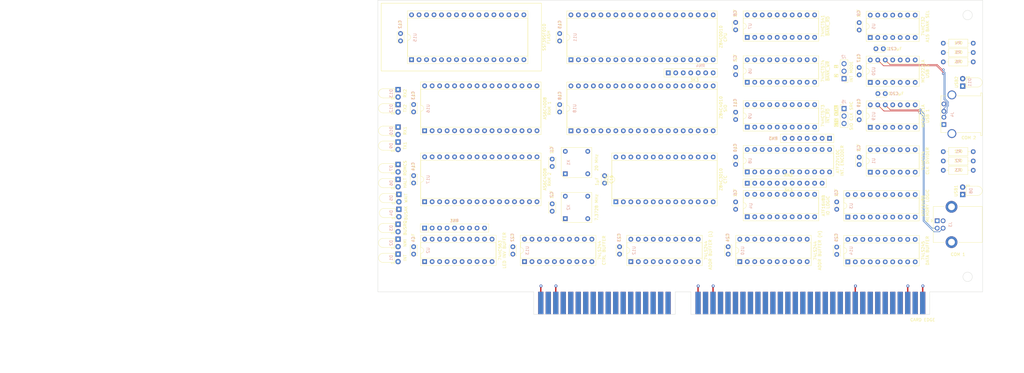
<source format=kicad_pcb>
(kicad_pcb (version 20221018) (generator pcbnew)
  (layers (0 "F.Cu" signal) (1 "In1.Cu" power) (2 "In2.Cu" power) (31 "B.Cu" signal) (34 "B.Paste" user) (35 "F.Paste" user) (36 "B.SilkS" user "B.Silkscreen") (37 "F.SilkS" user "F.Silkscreen") (38 "B.Mask" user) (39 "F.Mask" user) (44 "Edge.Cuts" user))
  (net 0 "")
  (net 1 "+5V")
  (net 2 "GND")
  (net 3 "Net-(D3-K)")
  (net 4 "Net-(D4-K)")
  (net 5 "Net-(D5-K)")
  (net 6 "Net-(D6-K)")
  (net 7 "D7")
  (net 8 "D6")
  (net 9 "D5")
  (net 10 "D4")
  (net 11 "D3")
  (net 12 "/MOSI")
  (net 13 "/MISO")
  (net 14 "/SCLK")
  (net 15 "/SDA")
  (net 16 "/SCL")
  (net 17 "D2")
  (net 18 "D1")
  (net 19 "D0")
  (net 20 "A15")
  (net 21 "A14")
  (net 22 "A13")
  (net 23 "A12")
  (net 24 "A11")
  (net 25 "A10")
  (net 26 "A9")
  (net 27 "A8")
  (net 28 "A7")
  (net 29 "A6")
  (net 30 "A5")
  (net 31 "A4")
  (net 32 "A3")
  (net 33 "A2")
  (net 34 "A1")
  (net 35 "+3V3")
  (net 36 "A0")
  (net 37 "-12V")
  (net 38 "~{RESET}")
  (net 39 "+12V")
  (net 40 "~{IRQ}2")
  (net 41 "~{M1}")
  (net 42 "CLK2")
  (net 43 "~{MREQ}")
  (net 44 "~{IORQ}")
  (net 45 "~{WR}")
  (net 46 "~{RD}")
  (net 47 "~{BUSRQ}")
  (net 48 "~{BUSAK}")
  (net 49 "~{WAIT}")
  (net 50 "~{HALT}")
  (net 51 "CLK")
  (net 52 "~{IRQ}7")
  (net 53 "~{IRQ}6")
  (net 54 "~{IRQ}5")
  (net 55 "~{IRQ}4")
  (net 56 "~{IRQ}3")
  (net 57 "~{NMI}")
  (net 59 "CTCLK1")
  (net 60 "~{CLK}")
  (net 61 "/TX2")
  (net 62 "BA18")
  (net 63 "BA17")
  (net 64 "BA16")
  (net 65 "BA15")
  (net 66 "/RX2")
  (net 67 "/D8")
  (net 68 "/D9")
  (net 69 "/D10")
  (net 70 "/D11")
  (net 71 "/D12")
  (net 72 "/D13")
  (net 73 "/D14")
  (net 74 "/D15")
  (net 75 "~{IRQ}8")
  (net 76 "~{IRQ}9")
  (net 77 "~{IRQ}10")
  (net 78 "~{IRQ}11")
  (net 79 "~{IRQ}12")
  (net 80 "~{IRQ}13")
  (net 81 "~{IRQ}14")
  (net 82 "~{IRQ}15")
  (net 83 "/USR1")
  (net 84 "/USR2")
  (net 85 "/USR3")
  (net 86 "/USR4")
  (net 87 "/USR5")
  (net 88 "/USR6")
  (net 89 "/USR7")
  (net 90 "~{IRQ}0")
  (net 91 "~{IRQ}1")
  (net 92 "CTC_IEI")
  (net 93 "~{INT}")
  (net 94 "~{ROM_CS}")
  (net 95 "~{RAM_OE}")
  (net 96 "~{CTC_CS}")
  (net 97 "Net-(D7-K)")
  (net 98 "~{MODE1}")
  (net 99 "Net-(D1-K)")
  (net 100 "Net-(D1-A)")
  (net 101 "Net-(D2-K)")
  (net 102 "Net-(D2-A)")
  (net 103 "Net-(D3-A)")
  (net 104 "Net-(D4-A)")
  (net 105 "Net-(D5-A)")
  (net 106 "Net-(D6-A)")
  (net 107 "/Glue Logic/~{ROM_SEL}")
  (net 108 "/Glue Logic/~{RAM_SEL}")
  (net 109 "Net-(D7-A)")
  (net 110 "/TX")
  (net 111 "/RX")
  (net 112 "~{BANK_RD}")
  (net 113 "~{SIO_CS}")
  (net 114 "/SIO/D1-")
  (net 115 "/SIO/D1+")
  (net 116 "/SIO/D2-")
  (net 117 "/SIO/D2+")
  (net 118 "/IEO")
  (net 119 "Net-(D9-K)")
  (net 120 "Net-(D10-K)")
  (net 121 "Net-(D11-K)")
  (net 122 "Net-(D13-K)")
  (net 123 "Net-(U19-VUSB)")
  (net 124 "Net-(U20-VUSB)")
  (net 125 "Net-(D8-K)")
  (net 126 "BUS_IEI")
  (net 127 "CTCLK2")
  (net 128 "RBA22")
  (net 129 "RBA21")
  (net 130 "Net-(J2-Pin_2)")
  (net 131 "RBA20")
  (net 132 "RBA19")
  (net 133 "RBA18")
  (net 134 "RBA17")
  (net 135 "RBA16")
  (net 136 "RBA15")
  (net 137 "~{MODE2}")
  (net 139 "Net-(J5-Pin_2)")
  (net 140 "Net-(D12-K)")
  (net 141 "BUSAK")
  (net 142 "RD")
  (net 144 "/CPU and Buffers/AA15")
  (net 145 "/CPU and Buffers/AA14")
  (net 146 "/CPU and Buffers/AA13")
  (net 147 "/CPU and Buffers/AA12")
  (net 148 "/CPU and Buffers/AA11")
  (net 149 "/CPU and Buffers/AA10")
  (net 150 "/CPU and Buffers/AA9")
  (net 151 "/CPU and Buffers/AA8")
  (net 152 "/CPU and Buffers/DD4")
  (net 153 "/CPU and Buffers/DD3")
  (net 154 "Net-(U1A-C)")
  (net 155 "Net-(U1B-D)")
  (net 156 "Net-(U1B-C)")
  (net 157 "/CPU and Buffers/DD5")
  (net 158 "/CPU and Buffers/DD6")
  (net 159 "~{RAM2_CS}")
  (net 160 "~{RAM1_CS}")
  (net 161 "~{BANK_WR}")
  (net 162 "/CPU and Buffers/DD2")
  (net 163 "/CPU and Buffers/DD7")
  (net 165 "Net-(U9-D4)")
  (net 166 "Net-(U9-D3)")
  (net 167 "Net-(U9-D2)")
  (net 168 "Net-(U9-D1)")
  (net 169 "/CPU and Buffers/DD0")
  (net 170 "/CPU and Buffers/DD1")
  (net 171 "/CPU and Buffers/~{CMREQ}")
  (net 172 "/CPU and Buffers/~{CIORQ}")
  (net 173 "/CPU and Buffers/~{CRD}")
  (net 174 "/CPU and Buffers/~{CWR}")
  (net 175 "/CPU and Buffers/~{CM1}")
  (net 177 "/CPU and Buffers/AA0")
  (net 178 "/CPU and Buffers/AA1")
  (net 179 "/CPU and Buffers/AA2")
  (net 180 "/CPU and Buffers/AA3")
  (net 181 "/CPU and Buffers/AA4")
  (net 182 "/CPU and Buffers/AA5")
  (net 183 "/CPU and Buffers/AA6")
  (net 184 "/CPU and Buffers/AA7")
  (net 190 "Net-(U18-RxDA)")
  (net 191 "Net-(U18-TxDA)")
  (net 198 "Net-(U18-TxDB)")
  (net 199 "Net-(U18-RxDB)")
  (net 210 "Net-(U21-CLK{slash}TRG3)")
  (net 212 "Net-(U19-GP2_(USB))")
  (net 213 "Net-(U19-GP1_(Tx))")
  (net 214 "Net-(U19-GP0_(Rx))")
  (net 215 "Net-(U20-GP2_(USB))")
  (net 216 "Net-(U20-GP1_(Tx))")
  (net 217 "Net-(U20-GP0_(Rx))")
  (footprint "Capacitor_THT:C_Disc_D3.4mm_W2.1mm_P2.50mm" (layer "F.Cu") (at 215.265 58.4646 90)
    (fp_text reference "C17")
    (fp_text value "1µF")
  )
  (footprint "Capacitor_THT:C_Disc_D3.0mm_W1.6mm_P2.50mm" (layer "F.Cu") (at 173.355 71.14 -90)
    (fp_text reference "C11")
    (fp_text value "1µF")
  )
  (footprint "Capacitor_THT:C_Disc_D3.4mm_W2.1mm_P2.50mm" (layer "F.Cu") (at 215.265 86.4346 -90)
    (fp_text reference "C3")
    (fp_text value "1µF")
  )
  (footprint "LED_THT:LED_D3.0mm_Horizontal_O1.27mm_Z2.0mm_Clear" (layer "F.Cu") (at 59.13 99.03 -90)
    (fp_text reference "D5")
    (fp_text value "WAIT")
  )
  (footprint "Capacitor_THT:C_Disc_D3.0mm_W2.0mm_P2.50mm" (layer "F.Cu") (at 173.355 40.66 -90)
    (fp_text reference "C8")
    (fp_text value "1µF")
  )
  (footprint "Capacitor_THT:C_Disc_D3.4mm_W2.1mm_P2.50mm" (layer "F.Cu") (at 113.665 71.07 90)
    (fp_text reference "C18")
    (fp_text value "1µF")
  )
  (footprint "Capacitor_THT:C_Disc_D3.4mm_W2.1mm_P2.50mm" (layer "F.Cu") (at 64.135 116.84 -90)
    (fp_text reference "C4")
    (fp_text value "1µF")
  )
  (footprint "Package_DIP:DIP-20_W7.62mm_Socket" (layer "F.Cu") (at 67.862 121.89 90)
    (fp_text reference "U2")
    (fp_text value "74HC563")
  )
  (footprint "LED_THT:LED_D3.0mm_Horizontal_O1.27mm_Z2.0mm_Clear" (layer "F.Cu") (at 58.845 76.18 -90)
    (fp_text reference "D10")
    (fp_text value "RX1")
  )
  (footprint "Package_DIP:DIP-14_W7.62mm_Socket" (layer "F.Cu") (at 219.0121 45.7846 90)
    (fp_text reference "U5")
    (fp_text value "74HCT32")
  )
  (footprint "Capacitor_THT:C_Disc_D3.4mm_W2.1mm_P2.50mm" (layer "F.Cu") (at 64.135 92.69 -90)
    (fp_text reference "C14")
    (fp_text value "1µF")
  )
  (footprint "Package_DIP:DIP-32_W15.24mm_Socket" (layer "F.Cu") (at 63.417 53.31 90)
    (fp_text reference "U15")
    (fp_text value "SST39SF010")
  )
  (footprint "Capacitor_THT:C_Disc_D3.4mm_W2.1mm_P2.50mm" (layer "F.Cu") (at 113.665 46.94 90)
    (fp_text reference "C15")
    (fp_text value "1µF")
  )
  (footprint "Capacitor_THT:C_Disc_D3.4mm_W2.1mm_P2.50mm" (layer "F.Cu") (at 223.4421 49.5946 180)
    (fp_text reference "C21")
    (fp_text value "0.47µF")
  )
  (footprint "LED_THT:LED_D3.0mm_Horizontal_O1.27mm_Z2.0mm_Clear" (layer "F.Cu") (at 58.845 119.35 -90)
    (fp_text reference "D1")
    (fp_text value "INT")
  )
  (footprint "Capacitor_THT:C_Disc_D3.4mm_W2.1mm_P2.50mm" (layer "F.Cu") (at 128.905 92.73 -90)
    (fp_text reference "C16")
    (fp_text value "1µF")
  )
  (footprint "Connector_USB:USB_B_Lumberg_2411_02_Horizontal" (layer "F.Cu") (at 241.719 108.0346)
    (fp_text reference "J3")
    (fp_text value "COM 1")
  )
  (footprint "Resistor_THT:R_Array_SIP9" (layer "F.Cu") (at 67.857 110.49)
    (fp_text reference "RN1")
    (fp_text value "330")
  )
  (footprint "Capacitor_THT:C_Disc_D3.0mm_W1.6mm_P2.50mm" (layer "F.Cu") (at 173.355 86.38 -90)
    (fp_text reference "C10")
    (fp_text value "1µF")
  )
  (footprint "LED_THT:LED_D3.0mm_Horizontal_O1.27mm_Z2.0mm_Clear" (layer "F.Cu") (at 250.3551 62.2946 90)
    (fp_text reference "D11")
    (fp_text value "USB2")
  )
  (footprint "Package_DIP:DIP-32_W15.24mm_Socket" (layer "F.Cu") (at 67.862 101.56 90)
    (fp_text reference "U17")
    (fp_text value "AS6C4008")
  )
  (footprint "Package_DIP:DIP-20_W7.62mm_Socket" (layer "F.Cu") (at 211.3971 106.7446 90)
    (fp_text reference "U3")
    (fp_text value "ATF16V8B")
  )
  (footprint "Connector_PinHeader_2.54mm:PinHeader_1x03_P2.54mm_Vertical" (layer "F.Cu") (at 210.1271 69.9146)
    (fp_text reference "J5")
    (fp_text value "SIO CLK SRC")
  )
  (footprint "LED_THT:LED_D3.0mm_Horizontal_O1.27mm_Z2.0mm_Clear" (layer "F.Cu") (at 58.845 68.54 -90)
    (fp_text reference "D12")
    (fp_text value "TX2")
  )
  (footprint "Connector_PinHeader_2.54mm:PinHeader_1x03_P2.54mm_Vertical" (layer "F.Cu") (at 210.1271 59.7546 180)
    (fp_text reference "J2")
    (fp_text value "INT MODE")
  )
  (footprint "Package_DIP:DIP-40_W15.24mm_Socket" (layer "F.Cu") (at 117.475 53.33 90)
    (fp_text reference "U11")
    (fp_text value "Z84C0010")
  )
  (footprint "Package_DIP:DIP-40_W15.24mm_Socket" (layer "F.Cu") (at 117.475 77.46 90)
    (fp_text reference "U18")
    (fp_text value "Z84C4010")
  )
  (footprint "0_Library:DIP-8-4_W7.62mm_Oscillator_Socket" (layer "F.Cu") (at 115.57 92.065 90)
    (fp_text reference "X1")
    (fp_text value "20 MHz")
  )
  (footprint "LED_THT:LED_D3.0mm_Horizontal_O1.27mm_Z2.0mm_Clear" (layer "F.Cu") (at 58.845 81.26 -90)
    (fp_text reference "D9")
    (fp_text value "TX1")
  )
  (footprint "Package_DIP:DIP-28_W15.24mm_Socket" (layer "F.Cu") (at 132.715 101.6 90)
    (fp_text reference "U21")
    (fp_text value "Z84C3010")
  )
  (footprint "Resistor_THT:R_Axial_DIN0207_L6.3mm_D2.5mm_P10.16mm_Horizontal" (layer "F.Cu") (at 243.7821 90.8896)
    (fp_text reference "R3")
    (fp_text value "220")
  )
  (footprint "Package_DIP:DIP-20_W7.62mm_Socket" (layer "F.Cu") (at 177.292 60.96 90)
    (fp_text reference "U6")
    (fp_text value "74HCT574")
  )
  (footprint "LED_THT:LED_D3.0mm_Horizontal_O1.27mm_Z2.0mm_Clear" (layer "F.Cu") (at 58.845 88.87 -90)
    (fp_text reference "D7")
    (fp_text value "ROMCS")
  )
  (footprint "Package_DIP:DIP-20_W7.62mm_Socket" (layer "F.Cu") (at 137.795 121.91 90)
    (fp_text reference "U12")
    (fp_text value "74LS244")
  )
  (footprint "LED_THT:LED_D3.0mm_Horizontal_O1.27mm_Z2.0mm_Clear" (layer "F.Cu") (at 58.845 93.95 -90)
    (fp_text reference "D6")
    (fp_text value "HALT")
  )
  (footprint "Capacitor_THT:C_Disc_D3.4mm_W2.1mm_P2.50mm" (layer "F.Cu") (at 215.265 73.7046 90)
    (fp_text reference "C19")
    (fp_text value "1µF")
  )
  (footprint "Package_DIP:DIP-14_W7.62mm_Socket" (layer "F.Cu") (at 219.0171 61.0246 90)
    (fp_text reference "U20")
    (fp_text value "MCP2221A")
  )
  (footprint "Resistor_THT:R_Axial_DIN0207_L6.3mm_D2.5mm_P10.16mm_Horizontal" (layer "F.Cu") (at 243.7821 47.7096)
    (fp_text reference "R4")
    (fp_text value "150")
  )
  (footprint "Capacitor_THT:C_Disc_D3.4mm_W2.1mm_P2.50mm" (layer "F.Cu") (at 59.69 44.42 -90)
    (fp_text reference "C12")
    (fp_text value "1µF")
  )
  (footprint "Capacitor_THT:C_Disc_D3.4mm_W2.1mm_P2.50mm" (layer "F.Cu") (at 111.125 102.275 -90)
    (fp_text reference "C2")
    (fp_text value "1µF")
  )
  (footprint "Capacitor_THT:C_Disc_D3.4mm_W2.1mm_P2.50mm" (layer "F.Cu") (at 133.985 116.85 -90)
    (fp_text reference "C23")
    (fp_text value "1µF")
  )
  (footprint "Resistor_THT:R_Axial_DIN0207_L6.3mm_D2.5mm_P10.16mm_Horizontal" (layer "F.Cu") (at 243.7821 50.8846)
    (fp_text reference "R5")
    (fp_text value "330")
  )
  (footprint "Capacitor_THT:C_Disc_D3.4mm_W2.1mm_P2.50mm" (layer "F.Cu") (at 170.815 116.85 -90)
    (fp_text reference "C24")
    (fp_text value "1µF")
  )
  (footprint "Resistor_THT:R_Array_SIP7" (layer "F.Cu") (at 205.232 80.02 180)
    (fp_text reference "RN3")
    (fp_text value "3K3")
  )
  (footprint "Capacitor_THT:C_Disc_D3.0mm_W1.6mm_P2.50mm" (layer "F.Cu") (at 173.355 101.63 -90)
    (fp_text reference "C6")
    (fp_text value "1µF")
  )
  (footprint "Capacitor_THT:C_Disc_D3.4mm_W2.1mm_P2.50mm" (layer "F.Cu") (at 111.125 87.075 -90)
    (fp_text reference "C1")
    (fp_text value "1µF")
  )
  (footprint "Capacitor_THT:C_Disc_D3.4mm_W2.1mm_P2.50mm" (layer "F.Cu") (at 224.0971 64.8346 180)
    (fp_text reference "C20")
    (fp_text value "0.47µF")
  )
  (footprint "Connector_USB:USB_A_Stewart_SS-52100-001_Horizontal" (layer "F.Cu") (at 243.9897 75.3396 90)
    (fp_text reference "J4")
    (fp_text value "COM 2")
  )
  (footprint "Package_DIP:DIP-20_W7.62mm_Socket" (layer "F.Cu") (at 177.292 106.68 90)
    (fp_text reference "U4")
    (fp_text value "ATF16V8B")
  )
  (footprint "0_Library:DIP-8-4_W7.62mm_Oscillator_Socket" (layer "F.Cu") (at 115.57 107.305 90)
    (fp_text reference "X2")
    (fp_text value "7.3728 MHz")
  )
  (footprint "Resistor_THT:R_Axial_DIN0207_L6.3mm_D2.5mm_P10.16mm_Horizontal" (layer "F.Cu") (at 243.7821 87.7146)
    (fp_text reference "R2")
    (fp_text value "330")
  )
  (footprint "Package_DIP:DIP-20_W7.62mm_Socket" (layer "F.Cu") (at 174.757 121.91 90)
    (fp_text reference "U10")
    (fp_text value "74LS244")
  )
  (footprint "Resistor_THT:R_Axial_DIN0207_L6.3mm_D2.5mm_P10.16mm_Horizontal" (layer "F.Cu") (at 243.7821 54.0596)
    (fp_text reference "R6")
    (fp_text value "220")
  )
  (footprint "Capacitor_THT:C_Disc_D3.4mm_W2.1mm_P2.50mm" (layer "F.Cu") (at 207.645 116.9446 -90)
    (fp_text reference "C25")
    (fp_text value "1µF")
  )
  (footprint "Package_DIP:DIP-14_W7.62mm_Socket" (layer "F.Cu") (at 219.0171 91.5046 90)
    (fp_text reference "U1")
    (fp_text value "74HCT74")
  )
  (footprint "LED_THT:LED_D3.0mm_Horizontal_O1.27mm_Z2.0mm_Clear" (layer "F.Cu") (at 59.13 104.11 -90)
    (fp_text reference "D4")
    (fp_text value "BUSAK")
  )
  (footprint "Resistor_THT:R_Array_SIP7" (layer "F.Cu") (at 150.495 57.785)
    (fp_text reference "RN4")
    (fp_text value "3K3")
  )
  (footprint "Resistor_THT:R_Axial_DIN0207_L6.3mm_D2.5mm_P10.16mm_Horizontal" (layer "F.Cu") (at 243.7821 84.5396)
    (fp_text reference "R1")
    (fp_text value "150")
  )
  (footprint "Package_DIP:DIP-14_W7.62mm_Socket" (layer "F.Cu") (at 219.0171 76.2646 90)
    (fp_text reference "U19")
    (fp_text value "MCP2221A")
  )
  (footprint "Capacitor_THT:C_Disc_D3.4mm_W2.1mm_P2.50mm" (layer "F.Cu") (at 64.135 68.55 -90)
    (fp_text reference "C13")
    (fp_text value "1µF")
  )
  (footprint "Resistor_THT:R_Array_SIP11" (layer "F.Cu") (at 177.292 95.25)
    (fp_text reference "RN2")
    (fp_text value "3K3")
  )
  (footprint "Capacitor_THT:C_Disc_D3.0mm_W1.6mm_P2.50mm" (layer "F.Cu") (at 173.355 55.9 -90)
    (fp_text reference "C7")
    (fp_text value "1µF")
  )
  (footprint "LED_THT:LED_D3.0mm_Horizontal_O1.27mm_Z2.0mm_Clear" (layer "F.Cu") (at 58.845 114.27 -90)
    (fp_text reference "D2")
    (fp_text value "NMI")
  )
  (footprint "Package_DIP:DIP-20_W7.62mm_Socket" (layer "F.Cu") (at 177.292 45.72 90)
    (fp_text reference "U7")
    (fp_text value "74HCT541")
  )
  (footprint "Capacitor_THT:C_Disc_D3.0mm_W1.6mm_P2.50mm" (layer "F.Cu") (at 207.645 101.62 -90)
    (fp_text reference "C5")
    (fp_text value "1µF")
  )
  (footprint "Package_DIP:DIP-24_W7.62mm_Socket" (layer "F.Cu") (at 177.292 91.44 90)
    (fp_text reference "U8")
    (fp_text value "ATF22V10C")
  )
  (footprint "LED_THT:LED_D3.0mm_Horizontal_O1.27mm_Z2.0mm_Clear" (layer "F.Cu") (at 58.845 63.46 -90)
    (fp_text reference "D13")
    (fp_text value "RX2")
  )
  (footprint "Capacitor_THT:C_Disc_D3.4mm_W2.1mm_P2.50mm" (layer "F.Cu") (at 97.79 116.85 -90)
    (fp_text reference "C22")
    (fp_text value "1µF")
  )
  (footprint "Package_DIP:DIP-20_W7.62mm_Socket" (layer "F.Cu") (at 211.3971 121.9846 90)
    (fp_text reference "U14")
    (fp_text value "74LS245")
  )
  (footprint "Package_DIP:DIP-20_W7.62mm_Socket" (layer "F.Cu") (at 177.297 76.2 90)
    (fp_text reference "U9")
    (fp_text value "74HCT573")
  )
  (footprint "LED_THT:LED_D3.0mm_Horizontal_O1.27mm_Z2.0mm_Clear" (layer "F.Cu") (at 58.845 109.19 -90)
    (fp_text reference "D3")
    (fp_text value "BUSRQ")
  )
  (footprint "0_Library:BUS_AT v2" (layer "F.Cu") (at 236.7971 139.7646)
    (fp_text reference "J1" hide)
    (fp_text value "CARD EDGE")
  )
  (footprint "Package_DIP:DIP-20_W7.62mm_Socket" (layer "F.Cu") (at 101.727 121.9 90)
    (fp_text reference "U13")
    (fp_text value "74LS244")
  )
  (footprint "LED_THT:LED_D3.0mm_Horizontal_O1.27mm_Z2.0mm_Clear" (layer "F.Cu") (at 250.3551 99.1246 90)
    (fp_text reference "D8")
    (fp_text value "USB1")
  )
  (footprint "Capacitor_THT:C_Disc_D3.0mm_W2.0mm_P2.50mm" (layer "F.Cu") (at 215.265 40.7246 -90)
    (fp_text reference "C9")
    (fp_text value "1µF")
  )
  (footprint "Package_DIP:DIP-32_W15.24mm_Socket" (layer "F.Cu") (at 67.862 77.44 90)
    (fp_text reference "U16")
    (fp_text value "AS6C4008")
  )
  (gr_rect (start 53.117 34.14) (end 107.486 57.14) (stroke (width 0.15)) (fill none) (layer "F.SilkS"))
  (gr_line (start 158.184053 132.144553) (end 152.850053 132.144553) (stroke (width 0.1)) (layer "Edge.Cuts"))
  (gr_line (start 239.210053 132.144553) (end 239.210053 139.764553) (stroke (width 0.1)) (layer "Edge.Cuts"))
  (gr_line (start 104.844053 139.764553) (end 104.844053 132.144553) (stroke (width 0.1)) (layer "Edge.Cuts"))
  (gr_line (start 152.850053 132.144553) (end 152.850053 139.764553) (stroke (width 0.1)) (layer "Edge.Cuts"))
  (gr_line (start 52.012053 33.084553) (end 257.117053 33.084553) (stroke (width 0.1)) (layer "Edge.Cuts"))
  (gr_line (start 104.844053 132.144553) (end 52.012053 132.144553) (stroke (width 0.1)) (layer "Edge.Cuts"))
  (gr_line (start 152.850053 139.764553) (end 104.844053 139.764553) (stroke (width 0.1)) (layer "Edge.Cuts"))
  (gr_line (start 257.117053 33.084553) (end 257.117053 132.144553) (stroke (width 0.1)) (layer "Edge.Cuts"))
  (gr_line (start 239.210053 139.764553) (end 158.184053 139.764553) (stroke (width 0.1)) (layer "Edge.Cuts"))
  (gr_circle (center 252.037053 127.064553) (end 253.637053 127.064553) (stroke (width 0.1)) (fill none) (layer "Edge.Cuts"))
  (gr_line (start 52.012053 132.144553) (end 52.012053 33.084553) (stroke (width 0.1)) (layer "Edge.Cuts"))
  (gr_circle (center 252.037053 38.164553) (end 253.637053 38.164553) (stroke (width 0.1)) (fill none) (layer "Edge.Cuts"))
  (gr_line (start 257.117053 132.144553) (end 239.210053 132.144553) (stroke (width 0.1)) (layer "Edge.Cuts"))
  (gr_line (start 158.184053 139.764553) (end 158.184053 132.144553) (stroke (width 0.1)) (layer "Edge.Cuts"))
  (segment (start 231.7171 135.9546) (end 231.7171 130.2329) (width 0.5) (layer "F.Cu") (net 1))
  (segment (start 231.7171 130.2329) (end 231.775 130.175) (width 0.5) (layer "F.Cu") (net 1))
  (segment (start 112.3371 130.2329) (end 112.395 130.175) (width 0.5) (layer "F.Cu") (net 1))
  (segment (start 165.6771 135.9546) (end 165.6771 130.2329) (width 0.5) (layer "F.Cu") (net 1))
  (segment (start 165.6771 130.2329) (end 165.735 130.175) (width 0.5) (layer "F.Cu") (net 1))
  (segment (start 112.3371 135.9546) (end 112.3371 130.2329) (width 0.5) (layer "F.Cu") (net 1))
  (via (at 112.395 130.175) (size 1) (drill 0.5) (layers "F.Cu" "B.Cu") (net 1))
  (via (at 231.775 130.175) (size 1) (drill 0.5) (layers "F.Cu" "B.Cu") (net 1))
  (via (at 165.735 130.175) (size 1) (drill 0.5) (layers "F.Cu" "B.Cu") (net 1))
  (segment (start 107.2571 135.9546) (end 107.2571 130.2329) (width 0.5) (layer "F.Cu") (net 2))
  (segment (start 236.7971 130.2329) (end 236.855 130.175) (width 0.5) (layer "F.Cu") (net 2))
  (segment (start 107.2571 130.2329) (end 107.315 130.175) (width 0.5) (layer "F.Cu") (net 2))
  (segment (start 213.9371 130.2329) (end 213.995 130.175) (width 0.5) (layer "F.Cu") (net 2))
  (segment (start 160.5971 130.2329) (end 160.655 130.175) (width 0.5) (layer "F.Cu") (net 2))
  (segment (start 213.9371 135.9546) (end 213.9371 130.2329) (width 0.5) (layer "F.Cu") (net 2))
  (segment (start 160.5971 135.9546) (end 160.5971 130.2329) (width 0.5) (layer "F.Cu") (net 2))
  (segment (start 236.7971 135.9546) (end 236.7971 130.2329) (width 0.5) (layer "F.Cu") (net 2))
  (via (at 236.855 130.175) (size 1) (drill 0.5) (layers "F.Cu" "B.Cu") (net 2))
  (via (at 160.655 130.175) (size 1) (drill 0.5) (layers "F.Cu" "B.Cu") (net 2))
  (via (at 107.315 130.175) (size 1) (drill 0.5) (layers "F.Cu" "B.Cu") (net 2))
  (via (at 213.995 130.175) (size 1) (drill 0.5) (layers "F.Cu" "B.Cu") (net 2))
  (segment (start 235.388686 70.358) (end 235.369685 70.339) (width 0.2) (layer "F.Cu") (net 114))
  (segment (start 224.0971 68.6491) (end 224.0971 68.6446) (width 0.2) (layer "F.Cu") (net 114))
  (segment (start 235.966 70.358) (end 235.388686 70.358) (width 0.2) (layer "F.Cu") (net 114))
  (segment (start 235.369685 70.339) (end 225.787 70.339) (width 0.2) (layer "F.Cu") (net 114))
  (segment (start 225.787 70.339) (end 224.0971 68.6491) (width 0.2) (layer "F.Cu") (net 114))
  (via (at 235.966 70.358) (size 0.8) (drill 0.4) (layers "F.Cu" "B.Cu") (net 114))
  (segment (start 240.0118 110.5346) (end 241.719 110.5346) (width 0.2) (layer "B.Cu") (net 114))
  (segment (start 237.363 107.8858) (end 240.0118 110.5346) (width 0.2) (layer "B.Cu") (net 114))
  (segment (start 235.966 70.358) (end 237.363 71.755) (width 0.2) (layer "B.Cu") (net 114))
  (segment (start 237.363 71.755) (end 237.363 107.8858) (width 0.2) (layer "B.Cu") (net 114))
  (segment (start 235.204 70.739) (end 223.6515 70.739) (width 0.2) (layer "F.Cu") (net 115))
  (segment (start 223.6515 70.739) (end 221.5571 68.6446) (width 0.2) (layer "F.Cu") (net 115))
  (segment (start 235.814192 71.349192) (end 235.204 70.739) (width 0.2) (layer "F.Cu") (net 115))
  (segment (start 235.837381 71.349192) (end 235.814192 71.349192) (width 0.2) (layer "F.Cu") (net 115))
  (via (at 235.837381 71.349192) (size 0.8) (drill 0.4) (layers "F.Cu" "B.Cu") (net 115))
  (segment (start 236.963 108.1222) (end 240.6008 111.76) (width 0.2) (layer "B.Cu") (net 115))
  (segment (start 235.837381 71.349192) (end 236.963 72.474811) (width 0.2) (layer "B.Cu") (net 115))
  (segment (start 236.963 72.474811) (end 236.963 108.1222) (width 0.2) (layer "B.Cu") (net 115))
  (segment (start 240.6008 111.76) (end 242.4936 111.76) (width 0.2) (layer "B.Cu") (net 115))
  (segment (start 242.4936 111.76) (end 243.719 110.5346) (width 0.2) (layer "B.Cu") (net 115))
  (segment (start 241.726199 54.972) (end 225.6645 54.972) (width 0.2) (layer "F.Cu") (net 116))
  (segment (start 243.83639 56.729345) (end 243.483544 56.729345) (width 0.2) (layer "F.Cu") (net 116))
  (segment (start 225.6645 54.972) (end 224.0971 53.4046) (width 0.2) (layer "F.Cu") (net 116))
  (segment (start 243.483544 56.729345) (end 241.726199 54.972) (width 0.2) (layer "F.Cu") (net 116))
  (via (at 243.83639 56.729345) (size 0.8) (drill 0.4) (layers "F.Cu" "B.Cu") (net 116))
  (segment (start 244.4397 57.685501) (end 244.4397 66.597597) (width 0.2) (layer "B.Cu") (net 116))
  (segment (start 244.4397 71.945235) (end 244.4397 72.3896) (width 0.2) (layer "B.Cu") (net 116))
  (segment (start 245.0897 71.295235) (end 244.4397 71.945235) (width 0.2) (layer "B.Cu") (net 116))
  (segment (start 244.4397 72.3896) (end 243.9897 72.8396) (width 0.2) (layer "B.Cu") (net 116))
  (segment (start 245.53968 68.981623) (end 245.0897 69.431603) (width 0.2) (layer "B.Cu") (net 116))
  (segment (start 243.83639 56.729345) (end 243.83639 57.082191) (width 0.2) (layer "B.Cu") (net 116))
  (segment (start 244.4397 66.597597) (end 245.53968 67.697577) (width 0.2) (layer "B.Cu") (net 116))
  (segment (start 245.0897 69.431603) (end 245.0897 71.295235) (width 0.2) (layer "B.Cu") (net 116))
  (segment (start 245.53968 67.697577) (end 245.53968 68.981623) (width 0.2) (layer "B.Cu") (net 116))
  (segment (start 243.83639 57.082191) (end 244.4397 57.685501) (width 0.2) (layer "B.Cu") (net 116))
  (segment (start 243.7402 57.622399) (end 241.489801 55.372) (width 0.2) (layer "F.Cu") (net 117))
  (segment (start 223.5245 55.372) (end 221.5571 53.4046) (width 0.2) (layer "F.Cu") (net 117))
  (segment (start 241.489801 55.372) (end 223.5245 55.372) (width 0.2) (layer "F.Cu") (net 117))
  (segment (start 243.7402 58.057022) (end 243.7402 57.622399) (width 0.2) (layer "F.Cu") (net 117))
  (via (at 243.7402 58.057022) (size 0.8) (drill 0.4) (layers "F.Cu" "B.Cu") (net 117))
  (segment (start 243.9897 66.783965) (end 245.0897 67.883965) (width 0.2) (layer "B.Cu") (net 117))
  (segment (start 243.7402 58.057022) (end 243.9897 58.306522) (width 0.2) (layer "B.Cu") (net 117))
  (segment (start 243.9897 58.306522) (end 243.9897 66.783965) (width 0.2) (layer "B.Cu") (net 117))
  (segment (start 245.0897 68.795235) (end 243.9897 69.895235) (width 0.2) (layer "B.Cu") (net 117))
  (segment (start 245.0897 67.883965) (end 245.0897 68.795235) (width 0.2) (layer "B.Cu") (net 117))
  (segment (start 243.9897 69.895235) (end 243.9897 70.8396) (width 0.2) (layer "B.Cu") (net 117))
)
</source>
